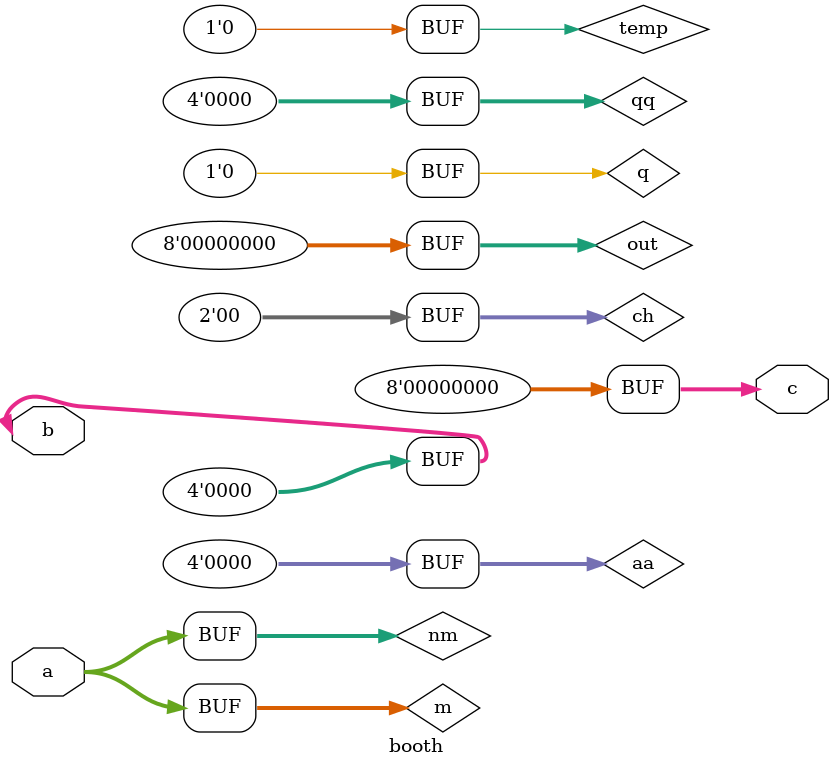
<source format=sv>
`timescale 1ns / 1ps
module booth(input [3:0]a,input [3:0]b,output [7:0]c);
reg temp;
reg [7:0]out;
reg [1:0]ch=0;
reg [3:0]m=a;
reg [3:0]nm=a;
reg [3:0]aa=4'b0000;
reg [3:0]qq=0;
reg q=0;
initial begin
m=a;
nm=-m;
qq=b;
end
initial begin
for(int i=0;i<4;i++)
begin
ch={qq[0],q};

if(ch==2'b10)
aa=aa+nm;
else if(ch==2'b01)
aa=aa+m;

q=qq[0];
qq=qq>>>1;
qq[3]=aa[0];
temp=aa[3];
aa=aa>>>1;
aa[3]=temp;
end
out={aa,qq};
end
assign c=out;
endmodule

</source>
